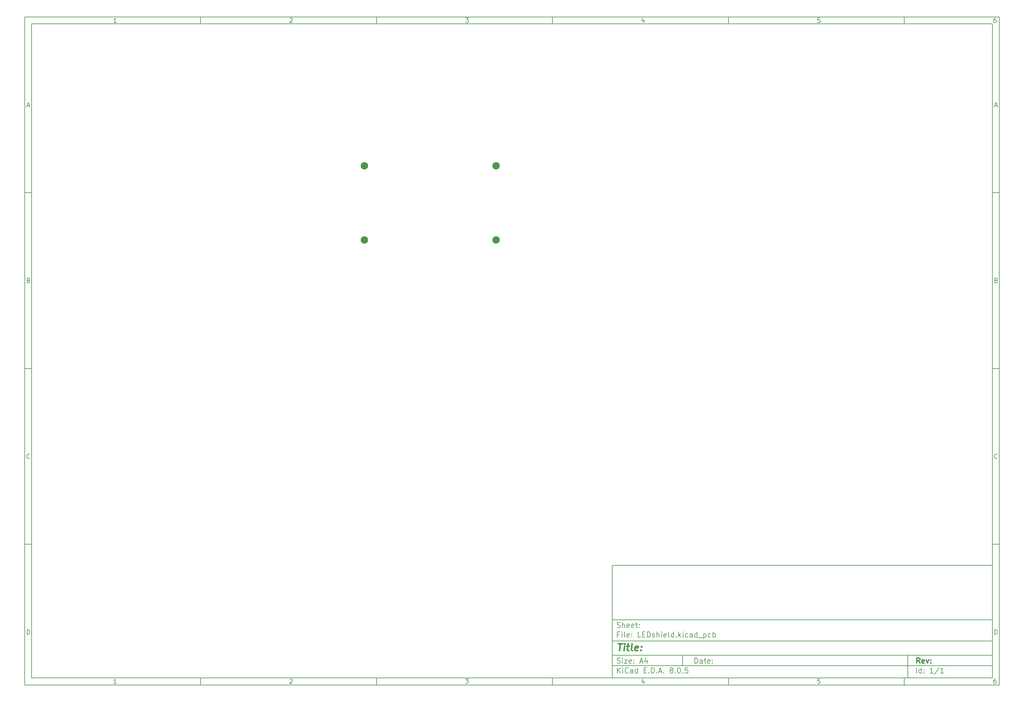
<source format=gbr>
%TF.GenerationSoftware,KiCad,Pcbnew,8.0.5*%
%TF.CreationDate,2024-11-03T22:21:08+08:00*%
%TF.ProjectId,LEDshield,4c454473-6869-4656-9c64-2e6b69636164,rev?*%
%TF.SameCoordinates,Original*%
%TF.FileFunction,Soldermask,Bot*%
%TF.FilePolarity,Negative*%
%FSLAX46Y46*%
G04 Gerber Fmt 4.6, Leading zero omitted, Abs format (unit mm)*
G04 Created by KiCad (PCBNEW 8.0.5) date 2024-11-03 22:21:08*
%MOMM*%
%LPD*%
G01*
G04 APERTURE LIST*
%ADD10C,0.100000*%
%ADD11C,0.150000*%
%ADD12C,0.300000*%
%ADD13C,0.400000*%
%ADD14C,2.100000*%
G04 APERTURE END LIST*
D10*
D11*
X177002200Y-166007200D02*
X285002200Y-166007200D01*
X285002200Y-198007200D01*
X177002200Y-198007200D01*
X177002200Y-166007200D01*
D10*
D11*
X10000000Y-10000000D02*
X287002200Y-10000000D01*
X287002200Y-200007200D01*
X10000000Y-200007200D01*
X10000000Y-10000000D01*
D10*
D11*
X12000000Y-12000000D02*
X285002200Y-12000000D01*
X285002200Y-198007200D01*
X12000000Y-198007200D01*
X12000000Y-12000000D01*
D10*
D11*
X60000000Y-12000000D02*
X60000000Y-10000000D01*
D10*
D11*
X110000000Y-12000000D02*
X110000000Y-10000000D01*
D10*
D11*
X160000000Y-12000000D02*
X160000000Y-10000000D01*
D10*
D11*
X210000000Y-12000000D02*
X210000000Y-10000000D01*
D10*
D11*
X260000000Y-12000000D02*
X260000000Y-10000000D01*
D10*
D11*
X36089160Y-11593604D02*
X35346303Y-11593604D01*
X35717731Y-11593604D02*
X35717731Y-10293604D01*
X35717731Y-10293604D02*
X35593922Y-10479319D01*
X35593922Y-10479319D02*
X35470112Y-10603128D01*
X35470112Y-10603128D02*
X35346303Y-10665033D01*
D10*
D11*
X85346303Y-10417414D02*
X85408207Y-10355509D01*
X85408207Y-10355509D02*
X85532017Y-10293604D01*
X85532017Y-10293604D02*
X85841541Y-10293604D01*
X85841541Y-10293604D02*
X85965350Y-10355509D01*
X85965350Y-10355509D02*
X86027255Y-10417414D01*
X86027255Y-10417414D02*
X86089160Y-10541223D01*
X86089160Y-10541223D02*
X86089160Y-10665033D01*
X86089160Y-10665033D02*
X86027255Y-10850747D01*
X86027255Y-10850747D02*
X85284398Y-11593604D01*
X85284398Y-11593604D02*
X86089160Y-11593604D01*
D10*
D11*
X135284398Y-10293604D02*
X136089160Y-10293604D01*
X136089160Y-10293604D02*
X135655826Y-10788842D01*
X135655826Y-10788842D02*
X135841541Y-10788842D01*
X135841541Y-10788842D02*
X135965350Y-10850747D01*
X135965350Y-10850747D02*
X136027255Y-10912652D01*
X136027255Y-10912652D02*
X136089160Y-11036461D01*
X136089160Y-11036461D02*
X136089160Y-11345985D01*
X136089160Y-11345985D02*
X136027255Y-11469795D01*
X136027255Y-11469795D02*
X135965350Y-11531700D01*
X135965350Y-11531700D02*
X135841541Y-11593604D01*
X135841541Y-11593604D02*
X135470112Y-11593604D01*
X135470112Y-11593604D02*
X135346303Y-11531700D01*
X135346303Y-11531700D02*
X135284398Y-11469795D01*
D10*
D11*
X185965350Y-10726938D02*
X185965350Y-11593604D01*
X185655826Y-10231700D02*
X185346303Y-11160271D01*
X185346303Y-11160271D02*
X186151064Y-11160271D01*
D10*
D11*
X236027255Y-10293604D02*
X235408207Y-10293604D01*
X235408207Y-10293604D02*
X235346303Y-10912652D01*
X235346303Y-10912652D02*
X235408207Y-10850747D01*
X235408207Y-10850747D02*
X235532017Y-10788842D01*
X235532017Y-10788842D02*
X235841541Y-10788842D01*
X235841541Y-10788842D02*
X235965350Y-10850747D01*
X235965350Y-10850747D02*
X236027255Y-10912652D01*
X236027255Y-10912652D02*
X236089160Y-11036461D01*
X236089160Y-11036461D02*
X236089160Y-11345985D01*
X236089160Y-11345985D02*
X236027255Y-11469795D01*
X236027255Y-11469795D02*
X235965350Y-11531700D01*
X235965350Y-11531700D02*
X235841541Y-11593604D01*
X235841541Y-11593604D02*
X235532017Y-11593604D01*
X235532017Y-11593604D02*
X235408207Y-11531700D01*
X235408207Y-11531700D02*
X235346303Y-11469795D01*
D10*
D11*
X285965350Y-10293604D02*
X285717731Y-10293604D01*
X285717731Y-10293604D02*
X285593922Y-10355509D01*
X285593922Y-10355509D02*
X285532017Y-10417414D01*
X285532017Y-10417414D02*
X285408207Y-10603128D01*
X285408207Y-10603128D02*
X285346303Y-10850747D01*
X285346303Y-10850747D02*
X285346303Y-11345985D01*
X285346303Y-11345985D02*
X285408207Y-11469795D01*
X285408207Y-11469795D02*
X285470112Y-11531700D01*
X285470112Y-11531700D02*
X285593922Y-11593604D01*
X285593922Y-11593604D02*
X285841541Y-11593604D01*
X285841541Y-11593604D02*
X285965350Y-11531700D01*
X285965350Y-11531700D02*
X286027255Y-11469795D01*
X286027255Y-11469795D02*
X286089160Y-11345985D01*
X286089160Y-11345985D02*
X286089160Y-11036461D01*
X286089160Y-11036461D02*
X286027255Y-10912652D01*
X286027255Y-10912652D02*
X285965350Y-10850747D01*
X285965350Y-10850747D02*
X285841541Y-10788842D01*
X285841541Y-10788842D02*
X285593922Y-10788842D01*
X285593922Y-10788842D02*
X285470112Y-10850747D01*
X285470112Y-10850747D02*
X285408207Y-10912652D01*
X285408207Y-10912652D02*
X285346303Y-11036461D01*
D10*
D11*
X60000000Y-198007200D02*
X60000000Y-200007200D01*
D10*
D11*
X110000000Y-198007200D02*
X110000000Y-200007200D01*
D10*
D11*
X160000000Y-198007200D02*
X160000000Y-200007200D01*
D10*
D11*
X210000000Y-198007200D02*
X210000000Y-200007200D01*
D10*
D11*
X260000000Y-198007200D02*
X260000000Y-200007200D01*
D10*
D11*
X36089160Y-199600804D02*
X35346303Y-199600804D01*
X35717731Y-199600804D02*
X35717731Y-198300804D01*
X35717731Y-198300804D02*
X35593922Y-198486519D01*
X35593922Y-198486519D02*
X35470112Y-198610328D01*
X35470112Y-198610328D02*
X35346303Y-198672233D01*
D10*
D11*
X85346303Y-198424614D02*
X85408207Y-198362709D01*
X85408207Y-198362709D02*
X85532017Y-198300804D01*
X85532017Y-198300804D02*
X85841541Y-198300804D01*
X85841541Y-198300804D02*
X85965350Y-198362709D01*
X85965350Y-198362709D02*
X86027255Y-198424614D01*
X86027255Y-198424614D02*
X86089160Y-198548423D01*
X86089160Y-198548423D02*
X86089160Y-198672233D01*
X86089160Y-198672233D02*
X86027255Y-198857947D01*
X86027255Y-198857947D02*
X85284398Y-199600804D01*
X85284398Y-199600804D02*
X86089160Y-199600804D01*
D10*
D11*
X135284398Y-198300804D02*
X136089160Y-198300804D01*
X136089160Y-198300804D02*
X135655826Y-198796042D01*
X135655826Y-198796042D02*
X135841541Y-198796042D01*
X135841541Y-198796042D02*
X135965350Y-198857947D01*
X135965350Y-198857947D02*
X136027255Y-198919852D01*
X136027255Y-198919852D02*
X136089160Y-199043661D01*
X136089160Y-199043661D02*
X136089160Y-199353185D01*
X136089160Y-199353185D02*
X136027255Y-199476995D01*
X136027255Y-199476995D02*
X135965350Y-199538900D01*
X135965350Y-199538900D02*
X135841541Y-199600804D01*
X135841541Y-199600804D02*
X135470112Y-199600804D01*
X135470112Y-199600804D02*
X135346303Y-199538900D01*
X135346303Y-199538900D02*
X135284398Y-199476995D01*
D10*
D11*
X185965350Y-198734138D02*
X185965350Y-199600804D01*
X185655826Y-198238900D02*
X185346303Y-199167471D01*
X185346303Y-199167471D02*
X186151064Y-199167471D01*
D10*
D11*
X236027255Y-198300804D02*
X235408207Y-198300804D01*
X235408207Y-198300804D02*
X235346303Y-198919852D01*
X235346303Y-198919852D02*
X235408207Y-198857947D01*
X235408207Y-198857947D02*
X235532017Y-198796042D01*
X235532017Y-198796042D02*
X235841541Y-198796042D01*
X235841541Y-198796042D02*
X235965350Y-198857947D01*
X235965350Y-198857947D02*
X236027255Y-198919852D01*
X236027255Y-198919852D02*
X236089160Y-199043661D01*
X236089160Y-199043661D02*
X236089160Y-199353185D01*
X236089160Y-199353185D02*
X236027255Y-199476995D01*
X236027255Y-199476995D02*
X235965350Y-199538900D01*
X235965350Y-199538900D02*
X235841541Y-199600804D01*
X235841541Y-199600804D02*
X235532017Y-199600804D01*
X235532017Y-199600804D02*
X235408207Y-199538900D01*
X235408207Y-199538900D02*
X235346303Y-199476995D01*
D10*
D11*
X285965350Y-198300804D02*
X285717731Y-198300804D01*
X285717731Y-198300804D02*
X285593922Y-198362709D01*
X285593922Y-198362709D02*
X285532017Y-198424614D01*
X285532017Y-198424614D02*
X285408207Y-198610328D01*
X285408207Y-198610328D02*
X285346303Y-198857947D01*
X285346303Y-198857947D02*
X285346303Y-199353185D01*
X285346303Y-199353185D02*
X285408207Y-199476995D01*
X285408207Y-199476995D02*
X285470112Y-199538900D01*
X285470112Y-199538900D02*
X285593922Y-199600804D01*
X285593922Y-199600804D02*
X285841541Y-199600804D01*
X285841541Y-199600804D02*
X285965350Y-199538900D01*
X285965350Y-199538900D02*
X286027255Y-199476995D01*
X286027255Y-199476995D02*
X286089160Y-199353185D01*
X286089160Y-199353185D02*
X286089160Y-199043661D01*
X286089160Y-199043661D02*
X286027255Y-198919852D01*
X286027255Y-198919852D02*
X285965350Y-198857947D01*
X285965350Y-198857947D02*
X285841541Y-198796042D01*
X285841541Y-198796042D02*
X285593922Y-198796042D01*
X285593922Y-198796042D02*
X285470112Y-198857947D01*
X285470112Y-198857947D02*
X285408207Y-198919852D01*
X285408207Y-198919852D02*
X285346303Y-199043661D01*
D10*
D11*
X10000000Y-60000000D02*
X12000000Y-60000000D01*
D10*
D11*
X10000000Y-110000000D02*
X12000000Y-110000000D01*
D10*
D11*
X10000000Y-160000000D02*
X12000000Y-160000000D01*
D10*
D11*
X10690476Y-35222176D02*
X11309523Y-35222176D01*
X10566666Y-35593604D02*
X10999999Y-34293604D01*
X10999999Y-34293604D02*
X11433333Y-35593604D01*
D10*
D11*
X11092857Y-84912652D02*
X11278571Y-84974557D01*
X11278571Y-84974557D02*
X11340476Y-85036461D01*
X11340476Y-85036461D02*
X11402380Y-85160271D01*
X11402380Y-85160271D02*
X11402380Y-85345985D01*
X11402380Y-85345985D02*
X11340476Y-85469795D01*
X11340476Y-85469795D02*
X11278571Y-85531700D01*
X11278571Y-85531700D02*
X11154761Y-85593604D01*
X11154761Y-85593604D02*
X10659523Y-85593604D01*
X10659523Y-85593604D02*
X10659523Y-84293604D01*
X10659523Y-84293604D02*
X11092857Y-84293604D01*
X11092857Y-84293604D02*
X11216666Y-84355509D01*
X11216666Y-84355509D02*
X11278571Y-84417414D01*
X11278571Y-84417414D02*
X11340476Y-84541223D01*
X11340476Y-84541223D02*
X11340476Y-84665033D01*
X11340476Y-84665033D02*
X11278571Y-84788842D01*
X11278571Y-84788842D02*
X11216666Y-84850747D01*
X11216666Y-84850747D02*
X11092857Y-84912652D01*
X11092857Y-84912652D02*
X10659523Y-84912652D01*
D10*
D11*
X11402380Y-135469795D02*
X11340476Y-135531700D01*
X11340476Y-135531700D02*
X11154761Y-135593604D01*
X11154761Y-135593604D02*
X11030952Y-135593604D01*
X11030952Y-135593604D02*
X10845238Y-135531700D01*
X10845238Y-135531700D02*
X10721428Y-135407890D01*
X10721428Y-135407890D02*
X10659523Y-135284080D01*
X10659523Y-135284080D02*
X10597619Y-135036461D01*
X10597619Y-135036461D02*
X10597619Y-134850747D01*
X10597619Y-134850747D02*
X10659523Y-134603128D01*
X10659523Y-134603128D02*
X10721428Y-134479319D01*
X10721428Y-134479319D02*
X10845238Y-134355509D01*
X10845238Y-134355509D02*
X11030952Y-134293604D01*
X11030952Y-134293604D02*
X11154761Y-134293604D01*
X11154761Y-134293604D02*
X11340476Y-134355509D01*
X11340476Y-134355509D02*
X11402380Y-134417414D01*
D10*
D11*
X10659523Y-185593604D02*
X10659523Y-184293604D01*
X10659523Y-184293604D02*
X10969047Y-184293604D01*
X10969047Y-184293604D02*
X11154761Y-184355509D01*
X11154761Y-184355509D02*
X11278571Y-184479319D01*
X11278571Y-184479319D02*
X11340476Y-184603128D01*
X11340476Y-184603128D02*
X11402380Y-184850747D01*
X11402380Y-184850747D02*
X11402380Y-185036461D01*
X11402380Y-185036461D02*
X11340476Y-185284080D01*
X11340476Y-185284080D02*
X11278571Y-185407890D01*
X11278571Y-185407890D02*
X11154761Y-185531700D01*
X11154761Y-185531700D02*
X10969047Y-185593604D01*
X10969047Y-185593604D02*
X10659523Y-185593604D01*
D10*
D11*
X287002200Y-60000000D02*
X285002200Y-60000000D01*
D10*
D11*
X287002200Y-110000000D02*
X285002200Y-110000000D01*
D10*
D11*
X287002200Y-160000000D02*
X285002200Y-160000000D01*
D10*
D11*
X285692676Y-35222176D02*
X286311723Y-35222176D01*
X285568866Y-35593604D02*
X286002199Y-34293604D01*
X286002199Y-34293604D02*
X286435533Y-35593604D01*
D10*
D11*
X286095057Y-84912652D02*
X286280771Y-84974557D01*
X286280771Y-84974557D02*
X286342676Y-85036461D01*
X286342676Y-85036461D02*
X286404580Y-85160271D01*
X286404580Y-85160271D02*
X286404580Y-85345985D01*
X286404580Y-85345985D02*
X286342676Y-85469795D01*
X286342676Y-85469795D02*
X286280771Y-85531700D01*
X286280771Y-85531700D02*
X286156961Y-85593604D01*
X286156961Y-85593604D02*
X285661723Y-85593604D01*
X285661723Y-85593604D02*
X285661723Y-84293604D01*
X285661723Y-84293604D02*
X286095057Y-84293604D01*
X286095057Y-84293604D02*
X286218866Y-84355509D01*
X286218866Y-84355509D02*
X286280771Y-84417414D01*
X286280771Y-84417414D02*
X286342676Y-84541223D01*
X286342676Y-84541223D02*
X286342676Y-84665033D01*
X286342676Y-84665033D02*
X286280771Y-84788842D01*
X286280771Y-84788842D02*
X286218866Y-84850747D01*
X286218866Y-84850747D02*
X286095057Y-84912652D01*
X286095057Y-84912652D02*
X285661723Y-84912652D01*
D10*
D11*
X286404580Y-135469795D02*
X286342676Y-135531700D01*
X286342676Y-135531700D02*
X286156961Y-135593604D01*
X286156961Y-135593604D02*
X286033152Y-135593604D01*
X286033152Y-135593604D02*
X285847438Y-135531700D01*
X285847438Y-135531700D02*
X285723628Y-135407890D01*
X285723628Y-135407890D02*
X285661723Y-135284080D01*
X285661723Y-135284080D02*
X285599819Y-135036461D01*
X285599819Y-135036461D02*
X285599819Y-134850747D01*
X285599819Y-134850747D02*
X285661723Y-134603128D01*
X285661723Y-134603128D02*
X285723628Y-134479319D01*
X285723628Y-134479319D02*
X285847438Y-134355509D01*
X285847438Y-134355509D02*
X286033152Y-134293604D01*
X286033152Y-134293604D02*
X286156961Y-134293604D01*
X286156961Y-134293604D02*
X286342676Y-134355509D01*
X286342676Y-134355509D02*
X286404580Y-134417414D01*
D10*
D11*
X285661723Y-185593604D02*
X285661723Y-184293604D01*
X285661723Y-184293604D02*
X285971247Y-184293604D01*
X285971247Y-184293604D02*
X286156961Y-184355509D01*
X286156961Y-184355509D02*
X286280771Y-184479319D01*
X286280771Y-184479319D02*
X286342676Y-184603128D01*
X286342676Y-184603128D02*
X286404580Y-184850747D01*
X286404580Y-184850747D02*
X286404580Y-185036461D01*
X286404580Y-185036461D02*
X286342676Y-185284080D01*
X286342676Y-185284080D02*
X286280771Y-185407890D01*
X286280771Y-185407890D02*
X286156961Y-185531700D01*
X286156961Y-185531700D02*
X285971247Y-185593604D01*
X285971247Y-185593604D02*
X285661723Y-185593604D01*
D10*
D11*
X200458026Y-193793328D02*
X200458026Y-192293328D01*
X200458026Y-192293328D02*
X200815169Y-192293328D01*
X200815169Y-192293328D02*
X201029455Y-192364757D01*
X201029455Y-192364757D02*
X201172312Y-192507614D01*
X201172312Y-192507614D02*
X201243741Y-192650471D01*
X201243741Y-192650471D02*
X201315169Y-192936185D01*
X201315169Y-192936185D02*
X201315169Y-193150471D01*
X201315169Y-193150471D02*
X201243741Y-193436185D01*
X201243741Y-193436185D02*
X201172312Y-193579042D01*
X201172312Y-193579042D02*
X201029455Y-193721900D01*
X201029455Y-193721900D02*
X200815169Y-193793328D01*
X200815169Y-193793328D02*
X200458026Y-193793328D01*
X202600884Y-193793328D02*
X202600884Y-193007614D01*
X202600884Y-193007614D02*
X202529455Y-192864757D01*
X202529455Y-192864757D02*
X202386598Y-192793328D01*
X202386598Y-192793328D02*
X202100884Y-192793328D01*
X202100884Y-192793328D02*
X201958026Y-192864757D01*
X202600884Y-193721900D02*
X202458026Y-193793328D01*
X202458026Y-193793328D02*
X202100884Y-193793328D01*
X202100884Y-193793328D02*
X201958026Y-193721900D01*
X201958026Y-193721900D02*
X201886598Y-193579042D01*
X201886598Y-193579042D02*
X201886598Y-193436185D01*
X201886598Y-193436185D02*
X201958026Y-193293328D01*
X201958026Y-193293328D02*
X202100884Y-193221900D01*
X202100884Y-193221900D02*
X202458026Y-193221900D01*
X202458026Y-193221900D02*
X202600884Y-193150471D01*
X203100884Y-192793328D02*
X203672312Y-192793328D01*
X203315169Y-192293328D02*
X203315169Y-193579042D01*
X203315169Y-193579042D02*
X203386598Y-193721900D01*
X203386598Y-193721900D02*
X203529455Y-193793328D01*
X203529455Y-193793328D02*
X203672312Y-193793328D01*
X204743741Y-193721900D02*
X204600884Y-193793328D01*
X204600884Y-193793328D02*
X204315170Y-193793328D01*
X204315170Y-193793328D02*
X204172312Y-193721900D01*
X204172312Y-193721900D02*
X204100884Y-193579042D01*
X204100884Y-193579042D02*
X204100884Y-193007614D01*
X204100884Y-193007614D02*
X204172312Y-192864757D01*
X204172312Y-192864757D02*
X204315170Y-192793328D01*
X204315170Y-192793328D02*
X204600884Y-192793328D01*
X204600884Y-192793328D02*
X204743741Y-192864757D01*
X204743741Y-192864757D02*
X204815170Y-193007614D01*
X204815170Y-193007614D02*
X204815170Y-193150471D01*
X204815170Y-193150471D02*
X204100884Y-193293328D01*
X205458026Y-193650471D02*
X205529455Y-193721900D01*
X205529455Y-193721900D02*
X205458026Y-193793328D01*
X205458026Y-193793328D02*
X205386598Y-193721900D01*
X205386598Y-193721900D02*
X205458026Y-193650471D01*
X205458026Y-193650471D02*
X205458026Y-193793328D01*
X205458026Y-192864757D02*
X205529455Y-192936185D01*
X205529455Y-192936185D02*
X205458026Y-193007614D01*
X205458026Y-193007614D02*
X205386598Y-192936185D01*
X205386598Y-192936185D02*
X205458026Y-192864757D01*
X205458026Y-192864757D02*
X205458026Y-193007614D01*
D10*
D11*
X177002200Y-194507200D02*
X285002200Y-194507200D01*
D10*
D11*
X178458026Y-196593328D02*
X178458026Y-195093328D01*
X179315169Y-196593328D02*
X178672312Y-195736185D01*
X179315169Y-195093328D02*
X178458026Y-195950471D01*
X179958026Y-196593328D02*
X179958026Y-195593328D01*
X179958026Y-195093328D02*
X179886598Y-195164757D01*
X179886598Y-195164757D02*
X179958026Y-195236185D01*
X179958026Y-195236185D02*
X180029455Y-195164757D01*
X180029455Y-195164757D02*
X179958026Y-195093328D01*
X179958026Y-195093328D02*
X179958026Y-195236185D01*
X181529455Y-196450471D02*
X181458027Y-196521900D01*
X181458027Y-196521900D02*
X181243741Y-196593328D01*
X181243741Y-196593328D02*
X181100884Y-196593328D01*
X181100884Y-196593328D02*
X180886598Y-196521900D01*
X180886598Y-196521900D02*
X180743741Y-196379042D01*
X180743741Y-196379042D02*
X180672312Y-196236185D01*
X180672312Y-196236185D02*
X180600884Y-195950471D01*
X180600884Y-195950471D02*
X180600884Y-195736185D01*
X180600884Y-195736185D02*
X180672312Y-195450471D01*
X180672312Y-195450471D02*
X180743741Y-195307614D01*
X180743741Y-195307614D02*
X180886598Y-195164757D01*
X180886598Y-195164757D02*
X181100884Y-195093328D01*
X181100884Y-195093328D02*
X181243741Y-195093328D01*
X181243741Y-195093328D02*
X181458027Y-195164757D01*
X181458027Y-195164757D02*
X181529455Y-195236185D01*
X182815170Y-196593328D02*
X182815170Y-195807614D01*
X182815170Y-195807614D02*
X182743741Y-195664757D01*
X182743741Y-195664757D02*
X182600884Y-195593328D01*
X182600884Y-195593328D02*
X182315170Y-195593328D01*
X182315170Y-195593328D02*
X182172312Y-195664757D01*
X182815170Y-196521900D02*
X182672312Y-196593328D01*
X182672312Y-196593328D02*
X182315170Y-196593328D01*
X182315170Y-196593328D02*
X182172312Y-196521900D01*
X182172312Y-196521900D02*
X182100884Y-196379042D01*
X182100884Y-196379042D02*
X182100884Y-196236185D01*
X182100884Y-196236185D02*
X182172312Y-196093328D01*
X182172312Y-196093328D02*
X182315170Y-196021900D01*
X182315170Y-196021900D02*
X182672312Y-196021900D01*
X182672312Y-196021900D02*
X182815170Y-195950471D01*
X184172313Y-196593328D02*
X184172313Y-195093328D01*
X184172313Y-196521900D02*
X184029455Y-196593328D01*
X184029455Y-196593328D02*
X183743741Y-196593328D01*
X183743741Y-196593328D02*
X183600884Y-196521900D01*
X183600884Y-196521900D02*
X183529455Y-196450471D01*
X183529455Y-196450471D02*
X183458027Y-196307614D01*
X183458027Y-196307614D02*
X183458027Y-195879042D01*
X183458027Y-195879042D02*
X183529455Y-195736185D01*
X183529455Y-195736185D02*
X183600884Y-195664757D01*
X183600884Y-195664757D02*
X183743741Y-195593328D01*
X183743741Y-195593328D02*
X184029455Y-195593328D01*
X184029455Y-195593328D02*
X184172313Y-195664757D01*
X186029455Y-195807614D02*
X186529455Y-195807614D01*
X186743741Y-196593328D02*
X186029455Y-196593328D01*
X186029455Y-196593328D02*
X186029455Y-195093328D01*
X186029455Y-195093328D02*
X186743741Y-195093328D01*
X187386598Y-196450471D02*
X187458027Y-196521900D01*
X187458027Y-196521900D02*
X187386598Y-196593328D01*
X187386598Y-196593328D02*
X187315170Y-196521900D01*
X187315170Y-196521900D02*
X187386598Y-196450471D01*
X187386598Y-196450471D02*
X187386598Y-196593328D01*
X188100884Y-196593328D02*
X188100884Y-195093328D01*
X188100884Y-195093328D02*
X188458027Y-195093328D01*
X188458027Y-195093328D02*
X188672313Y-195164757D01*
X188672313Y-195164757D02*
X188815170Y-195307614D01*
X188815170Y-195307614D02*
X188886599Y-195450471D01*
X188886599Y-195450471D02*
X188958027Y-195736185D01*
X188958027Y-195736185D02*
X188958027Y-195950471D01*
X188958027Y-195950471D02*
X188886599Y-196236185D01*
X188886599Y-196236185D02*
X188815170Y-196379042D01*
X188815170Y-196379042D02*
X188672313Y-196521900D01*
X188672313Y-196521900D02*
X188458027Y-196593328D01*
X188458027Y-196593328D02*
X188100884Y-196593328D01*
X189600884Y-196450471D02*
X189672313Y-196521900D01*
X189672313Y-196521900D02*
X189600884Y-196593328D01*
X189600884Y-196593328D02*
X189529456Y-196521900D01*
X189529456Y-196521900D02*
X189600884Y-196450471D01*
X189600884Y-196450471D02*
X189600884Y-196593328D01*
X190243742Y-196164757D02*
X190958028Y-196164757D01*
X190100885Y-196593328D02*
X190600885Y-195093328D01*
X190600885Y-195093328D02*
X191100885Y-196593328D01*
X191600884Y-196450471D02*
X191672313Y-196521900D01*
X191672313Y-196521900D02*
X191600884Y-196593328D01*
X191600884Y-196593328D02*
X191529456Y-196521900D01*
X191529456Y-196521900D02*
X191600884Y-196450471D01*
X191600884Y-196450471D02*
X191600884Y-196593328D01*
X193672313Y-195736185D02*
X193529456Y-195664757D01*
X193529456Y-195664757D02*
X193458027Y-195593328D01*
X193458027Y-195593328D02*
X193386599Y-195450471D01*
X193386599Y-195450471D02*
X193386599Y-195379042D01*
X193386599Y-195379042D02*
X193458027Y-195236185D01*
X193458027Y-195236185D02*
X193529456Y-195164757D01*
X193529456Y-195164757D02*
X193672313Y-195093328D01*
X193672313Y-195093328D02*
X193958027Y-195093328D01*
X193958027Y-195093328D02*
X194100885Y-195164757D01*
X194100885Y-195164757D02*
X194172313Y-195236185D01*
X194172313Y-195236185D02*
X194243742Y-195379042D01*
X194243742Y-195379042D02*
X194243742Y-195450471D01*
X194243742Y-195450471D02*
X194172313Y-195593328D01*
X194172313Y-195593328D02*
X194100885Y-195664757D01*
X194100885Y-195664757D02*
X193958027Y-195736185D01*
X193958027Y-195736185D02*
X193672313Y-195736185D01*
X193672313Y-195736185D02*
X193529456Y-195807614D01*
X193529456Y-195807614D02*
X193458027Y-195879042D01*
X193458027Y-195879042D02*
X193386599Y-196021900D01*
X193386599Y-196021900D02*
X193386599Y-196307614D01*
X193386599Y-196307614D02*
X193458027Y-196450471D01*
X193458027Y-196450471D02*
X193529456Y-196521900D01*
X193529456Y-196521900D02*
X193672313Y-196593328D01*
X193672313Y-196593328D02*
X193958027Y-196593328D01*
X193958027Y-196593328D02*
X194100885Y-196521900D01*
X194100885Y-196521900D02*
X194172313Y-196450471D01*
X194172313Y-196450471D02*
X194243742Y-196307614D01*
X194243742Y-196307614D02*
X194243742Y-196021900D01*
X194243742Y-196021900D02*
X194172313Y-195879042D01*
X194172313Y-195879042D02*
X194100885Y-195807614D01*
X194100885Y-195807614D02*
X193958027Y-195736185D01*
X194886598Y-196450471D02*
X194958027Y-196521900D01*
X194958027Y-196521900D02*
X194886598Y-196593328D01*
X194886598Y-196593328D02*
X194815170Y-196521900D01*
X194815170Y-196521900D02*
X194886598Y-196450471D01*
X194886598Y-196450471D02*
X194886598Y-196593328D01*
X195886599Y-195093328D02*
X196029456Y-195093328D01*
X196029456Y-195093328D02*
X196172313Y-195164757D01*
X196172313Y-195164757D02*
X196243742Y-195236185D01*
X196243742Y-195236185D02*
X196315170Y-195379042D01*
X196315170Y-195379042D02*
X196386599Y-195664757D01*
X196386599Y-195664757D02*
X196386599Y-196021900D01*
X196386599Y-196021900D02*
X196315170Y-196307614D01*
X196315170Y-196307614D02*
X196243742Y-196450471D01*
X196243742Y-196450471D02*
X196172313Y-196521900D01*
X196172313Y-196521900D02*
X196029456Y-196593328D01*
X196029456Y-196593328D02*
X195886599Y-196593328D01*
X195886599Y-196593328D02*
X195743742Y-196521900D01*
X195743742Y-196521900D02*
X195672313Y-196450471D01*
X195672313Y-196450471D02*
X195600884Y-196307614D01*
X195600884Y-196307614D02*
X195529456Y-196021900D01*
X195529456Y-196021900D02*
X195529456Y-195664757D01*
X195529456Y-195664757D02*
X195600884Y-195379042D01*
X195600884Y-195379042D02*
X195672313Y-195236185D01*
X195672313Y-195236185D02*
X195743742Y-195164757D01*
X195743742Y-195164757D02*
X195886599Y-195093328D01*
X197029455Y-196450471D02*
X197100884Y-196521900D01*
X197100884Y-196521900D02*
X197029455Y-196593328D01*
X197029455Y-196593328D02*
X196958027Y-196521900D01*
X196958027Y-196521900D02*
X197029455Y-196450471D01*
X197029455Y-196450471D02*
X197029455Y-196593328D01*
X198458027Y-195093328D02*
X197743741Y-195093328D01*
X197743741Y-195093328D02*
X197672313Y-195807614D01*
X197672313Y-195807614D02*
X197743741Y-195736185D01*
X197743741Y-195736185D02*
X197886599Y-195664757D01*
X197886599Y-195664757D02*
X198243741Y-195664757D01*
X198243741Y-195664757D02*
X198386599Y-195736185D01*
X198386599Y-195736185D02*
X198458027Y-195807614D01*
X198458027Y-195807614D02*
X198529456Y-195950471D01*
X198529456Y-195950471D02*
X198529456Y-196307614D01*
X198529456Y-196307614D02*
X198458027Y-196450471D01*
X198458027Y-196450471D02*
X198386599Y-196521900D01*
X198386599Y-196521900D02*
X198243741Y-196593328D01*
X198243741Y-196593328D02*
X197886599Y-196593328D01*
X197886599Y-196593328D02*
X197743741Y-196521900D01*
X197743741Y-196521900D02*
X197672313Y-196450471D01*
D10*
D11*
X177002200Y-191507200D02*
X285002200Y-191507200D01*
D10*
D12*
X264413853Y-193785528D02*
X263913853Y-193071242D01*
X263556710Y-193785528D02*
X263556710Y-192285528D01*
X263556710Y-192285528D02*
X264128139Y-192285528D01*
X264128139Y-192285528D02*
X264270996Y-192356957D01*
X264270996Y-192356957D02*
X264342425Y-192428385D01*
X264342425Y-192428385D02*
X264413853Y-192571242D01*
X264413853Y-192571242D02*
X264413853Y-192785528D01*
X264413853Y-192785528D02*
X264342425Y-192928385D01*
X264342425Y-192928385D02*
X264270996Y-192999814D01*
X264270996Y-192999814D02*
X264128139Y-193071242D01*
X264128139Y-193071242D02*
X263556710Y-193071242D01*
X265628139Y-193714100D02*
X265485282Y-193785528D01*
X265485282Y-193785528D02*
X265199568Y-193785528D01*
X265199568Y-193785528D02*
X265056710Y-193714100D01*
X265056710Y-193714100D02*
X264985282Y-193571242D01*
X264985282Y-193571242D02*
X264985282Y-192999814D01*
X264985282Y-192999814D02*
X265056710Y-192856957D01*
X265056710Y-192856957D02*
X265199568Y-192785528D01*
X265199568Y-192785528D02*
X265485282Y-192785528D01*
X265485282Y-192785528D02*
X265628139Y-192856957D01*
X265628139Y-192856957D02*
X265699568Y-192999814D01*
X265699568Y-192999814D02*
X265699568Y-193142671D01*
X265699568Y-193142671D02*
X264985282Y-193285528D01*
X266199567Y-192785528D02*
X266556710Y-193785528D01*
X266556710Y-193785528D02*
X266913853Y-192785528D01*
X267485281Y-193642671D02*
X267556710Y-193714100D01*
X267556710Y-193714100D02*
X267485281Y-193785528D01*
X267485281Y-193785528D02*
X267413853Y-193714100D01*
X267413853Y-193714100D02*
X267485281Y-193642671D01*
X267485281Y-193642671D02*
X267485281Y-193785528D01*
X267485281Y-192856957D02*
X267556710Y-192928385D01*
X267556710Y-192928385D02*
X267485281Y-192999814D01*
X267485281Y-192999814D02*
X267413853Y-192928385D01*
X267413853Y-192928385D02*
X267485281Y-192856957D01*
X267485281Y-192856957D02*
X267485281Y-192999814D01*
D10*
D11*
X178386598Y-193721900D02*
X178600884Y-193793328D01*
X178600884Y-193793328D02*
X178958026Y-193793328D01*
X178958026Y-193793328D02*
X179100884Y-193721900D01*
X179100884Y-193721900D02*
X179172312Y-193650471D01*
X179172312Y-193650471D02*
X179243741Y-193507614D01*
X179243741Y-193507614D02*
X179243741Y-193364757D01*
X179243741Y-193364757D02*
X179172312Y-193221900D01*
X179172312Y-193221900D02*
X179100884Y-193150471D01*
X179100884Y-193150471D02*
X178958026Y-193079042D01*
X178958026Y-193079042D02*
X178672312Y-193007614D01*
X178672312Y-193007614D02*
X178529455Y-192936185D01*
X178529455Y-192936185D02*
X178458026Y-192864757D01*
X178458026Y-192864757D02*
X178386598Y-192721900D01*
X178386598Y-192721900D02*
X178386598Y-192579042D01*
X178386598Y-192579042D02*
X178458026Y-192436185D01*
X178458026Y-192436185D02*
X178529455Y-192364757D01*
X178529455Y-192364757D02*
X178672312Y-192293328D01*
X178672312Y-192293328D02*
X179029455Y-192293328D01*
X179029455Y-192293328D02*
X179243741Y-192364757D01*
X179886597Y-193793328D02*
X179886597Y-192793328D01*
X179886597Y-192293328D02*
X179815169Y-192364757D01*
X179815169Y-192364757D02*
X179886597Y-192436185D01*
X179886597Y-192436185D02*
X179958026Y-192364757D01*
X179958026Y-192364757D02*
X179886597Y-192293328D01*
X179886597Y-192293328D02*
X179886597Y-192436185D01*
X180458026Y-192793328D02*
X181243741Y-192793328D01*
X181243741Y-192793328D02*
X180458026Y-193793328D01*
X180458026Y-193793328D02*
X181243741Y-193793328D01*
X182386598Y-193721900D02*
X182243741Y-193793328D01*
X182243741Y-193793328D02*
X181958027Y-193793328D01*
X181958027Y-193793328D02*
X181815169Y-193721900D01*
X181815169Y-193721900D02*
X181743741Y-193579042D01*
X181743741Y-193579042D02*
X181743741Y-193007614D01*
X181743741Y-193007614D02*
X181815169Y-192864757D01*
X181815169Y-192864757D02*
X181958027Y-192793328D01*
X181958027Y-192793328D02*
X182243741Y-192793328D01*
X182243741Y-192793328D02*
X182386598Y-192864757D01*
X182386598Y-192864757D02*
X182458027Y-193007614D01*
X182458027Y-193007614D02*
X182458027Y-193150471D01*
X182458027Y-193150471D02*
X181743741Y-193293328D01*
X183100883Y-193650471D02*
X183172312Y-193721900D01*
X183172312Y-193721900D02*
X183100883Y-193793328D01*
X183100883Y-193793328D02*
X183029455Y-193721900D01*
X183029455Y-193721900D02*
X183100883Y-193650471D01*
X183100883Y-193650471D02*
X183100883Y-193793328D01*
X183100883Y-192864757D02*
X183172312Y-192936185D01*
X183172312Y-192936185D02*
X183100883Y-193007614D01*
X183100883Y-193007614D02*
X183029455Y-192936185D01*
X183029455Y-192936185D02*
X183100883Y-192864757D01*
X183100883Y-192864757D02*
X183100883Y-193007614D01*
X184886598Y-193364757D02*
X185600884Y-193364757D01*
X184743741Y-193793328D02*
X185243741Y-192293328D01*
X185243741Y-192293328D02*
X185743741Y-193793328D01*
X186886598Y-192793328D02*
X186886598Y-193793328D01*
X186529455Y-192221900D02*
X186172312Y-193293328D01*
X186172312Y-193293328D02*
X187100883Y-193293328D01*
D10*
D11*
X263458026Y-196593328D02*
X263458026Y-195093328D01*
X264815170Y-196593328D02*
X264815170Y-195093328D01*
X264815170Y-196521900D02*
X264672312Y-196593328D01*
X264672312Y-196593328D02*
X264386598Y-196593328D01*
X264386598Y-196593328D02*
X264243741Y-196521900D01*
X264243741Y-196521900D02*
X264172312Y-196450471D01*
X264172312Y-196450471D02*
X264100884Y-196307614D01*
X264100884Y-196307614D02*
X264100884Y-195879042D01*
X264100884Y-195879042D02*
X264172312Y-195736185D01*
X264172312Y-195736185D02*
X264243741Y-195664757D01*
X264243741Y-195664757D02*
X264386598Y-195593328D01*
X264386598Y-195593328D02*
X264672312Y-195593328D01*
X264672312Y-195593328D02*
X264815170Y-195664757D01*
X265529455Y-196450471D02*
X265600884Y-196521900D01*
X265600884Y-196521900D02*
X265529455Y-196593328D01*
X265529455Y-196593328D02*
X265458027Y-196521900D01*
X265458027Y-196521900D02*
X265529455Y-196450471D01*
X265529455Y-196450471D02*
X265529455Y-196593328D01*
X265529455Y-195664757D02*
X265600884Y-195736185D01*
X265600884Y-195736185D02*
X265529455Y-195807614D01*
X265529455Y-195807614D02*
X265458027Y-195736185D01*
X265458027Y-195736185D02*
X265529455Y-195664757D01*
X265529455Y-195664757D02*
X265529455Y-195807614D01*
X268172313Y-196593328D02*
X267315170Y-196593328D01*
X267743741Y-196593328D02*
X267743741Y-195093328D01*
X267743741Y-195093328D02*
X267600884Y-195307614D01*
X267600884Y-195307614D02*
X267458027Y-195450471D01*
X267458027Y-195450471D02*
X267315170Y-195521900D01*
X269886598Y-195021900D02*
X268600884Y-196950471D01*
X271172313Y-196593328D02*
X270315170Y-196593328D01*
X270743741Y-196593328D02*
X270743741Y-195093328D01*
X270743741Y-195093328D02*
X270600884Y-195307614D01*
X270600884Y-195307614D02*
X270458027Y-195450471D01*
X270458027Y-195450471D02*
X270315170Y-195521900D01*
D10*
D11*
X177002200Y-187507200D02*
X285002200Y-187507200D01*
D10*
D13*
X178693928Y-188211638D02*
X179836785Y-188211638D01*
X179015357Y-190211638D02*
X179265357Y-188211638D01*
X180253452Y-190211638D02*
X180420119Y-188878304D01*
X180503452Y-188211638D02*
X180396309Y-188306876D01*
X180396309Y-188306876D02*
X180479643Y-188402114D01*
X180479643Y-188402114D02*
X180586786Y-188306876D01*
X180586786Y-188306876D02*
X180503452Y-188211638D01*
X180503452Y-188211638D02*
X180479643Y-188402114D01*
X181086786Y-188878304D02*
X181848690Y-188878304D01*
X181455833Y-188211638D02*
X181241548Y-189925923D01*
X181241548Y-189925923D02*
X181312976Y-190116400D01*
X181312976Y-190116400D02*
X181491548Y-190211638D01*
X181491548Y-190211638D02*
X181682024Y-190211638D01*
X182634405Y-190211638D02*
X182455833Y-190116400D01*
X182455833Y-190116400D02*
X182384405Y-189925923D01*
X182384405Y-189925923D02*
X182598690Y-188211638D01*
X184170119Y-190116400D02*
X183967738Y-190211638D01*
X183967738Y-190211638D02*
X183586785Y-190211638D01*
X183586785Y-190211638D02*
X183408214Y-190116400D01*
X183408214Y-190116400D02*
X183336785Y-189925923D01*
X183336785Y-189925923D02*
X183432024Y-189164019D01*
X183432024Y-189164019D02*
X183551071Y-188973542D01*
X183551071Y-188973542D02*
X183753452Y-188878304D01*
X183753452Y-188878304D02*
X184134404Y-188878304D01*
X184134404Y-188878304D02*
X184312976Y-188973542D01*
X184312976Y-188973542D02*
X184384404Y-189164019D01*
X184384404Y-189164019D02*
X184360595Y-189354495D01*
X184360595Y-189354495D02*
X183384404Y-189544971D01*
X185134405Y-190021161D02*
X185217738Y-190116400D01*
X185217738Y-190116400D02*
X185110595Y-190211638D01*
X185110595Y-190211638D02*
X185027262Y-190116400D01*
X185027262Y-190116400D02*
X185134405Y-190021161D01*
X185134405Y-190021161D02*
X185110595Y-190211638D01*
X185265357Y-188973542D02*
X185348690Y-189068780D01*
X185348690Y-189068780D02*
X185241548Y-189164019D01*
X185241548Y-189164019D02*
X185158214Y-189068780D01*
X185158214Y-189068780D02*
X185265357Y-188973542D01*
X185265357Y-188973542D02*
X185241548Y-189164019D01*
D10*
D11*
X178958026Y-185607614D02*
X178458026Y-185607614D01*
X178458026Y-186393328D02*
X178458026Y-184893328D01*
X178458026Y-184893328D02*
X179172312Y-184893328D01*
X179743740Y-186393328D02*
X179743740Y-185393328D01*
X179743740Y-184893328D02*
X179672312Y-184964757D01*
X179672312Y-184964757D02*
X179743740Y-185036185D01*
X179743740Y-185036185D02*
X179815169Y-184964757D01*
X179815169Y-184964757D02*
X179743740Y-184893328D01*
X179743740Y-184893328D02*
X179743740Y-185036185D01*
X180672312Y-186393328D02*
X180529455Y-186321900D01*
X180529455Y-186321900D02*
X180458026Y-186179042D01*
X180458026Y-186179042D02*
X180458026Y-184893328D01*
X181815169Y-186321900D02*
X181672312Y-186393328D01*
X181672312Y-186393328D02*
X181386598Y-186393328D01*
X181386598Y-186393328D02*
X181243740Y-186321900D01*
X181243740Y-186321900D02*
X181172312Y-186179042D01*
X181172312Y-186179042D02*
X181172312Y-185607614D01*
X181172312Y-185607614D02*
X181243740Y-185464757D01*
X181243740Y-185464757D02*
X181386598Y-185393328D01*
X181386598Y-185393328D02*
X181672312Y-185393328D01*
X181672312Y-185393328D02*
X181815169Y-185464757D01*
X181815169Y-185464757D02*
X181886598Y-185607614D01*
X181886598Y-185607614D02*
X181886598Y-185750471D01*
X181886598Y-185750471D02*
X181172312Y-185893328D01*
X182529454Y-186250471D02*
X182600883Y-186321900D01*
X182600883Y-186321900D02*
X182529454Y-186393328D01*
X182529454Y-186393328D02*
X182458026Y-186321900D01*
X182458026Y-186321900D02*
X182529454Y-186250471D01*
X182529454Y-186250471D02*
X182529454Y-186393328D01*
X182529454Y-185464757D02*
X182600883Y-185536185D01*
X182600883Y-185536185D02*
X182529454Y-185607614D01*
X182529454Y-185607614D02*
X182458026Y-185536185D01*
X182458026Y-185536185D02*
X182529454Y-185464757D01*
X182529454Y-185464757D02*
X182529454Y-185607614D01*
X185100883Y-186393328D02*
X184386597Y-186393328D01*
X184386597Y-186393328D02*
X184386597Y-184893328D01*
X185600883Y-185607614D02*
X186100883Y-185607614D01*
X186315169Y-186393328D02*
X185600883Y-186393328D01*
X185600883Y-186393328D02*
X185600883Y-184893328D01*
X185600883Y-184893328D02*
X186315169Y-184893328D01*
X186958026Y-186393328D02*
X186958026Y-184893328D01*
X186958026Y-184893328D02*
X187315169Y-184893328D01*
X187315169Y-184893328D02*
X187529455Y-184964757D01*
X187529455Y-184964757D02*
X187672312Y-185107614D01*
X187672312Y-185107614D02*
X187743741Y-185250471D01*
X187743741Y-185250471D02*
X187815169Y-185536185D01*
X187815169Y-185536185D02*
X187815169Y-185750471D01*
X187815169Y-185750471D02*
X187743741Y-186036185D01*
X187743741Y-186036185D02*
X187672312Y-186179042D01*
X187672312Y-186179042D02*
X187529455Y-186321900D01*
X187529455Y-186321900D02*
X187315169Y-186393328D01*
X187315169Y-186393328D02*
X186958026Y-186393328D01*
X188386598Y-186321900D02*
X188529455Y-186393328D01*
X188529455Y-186393328D02*
X188815169Y-186393328D01*
X188815169Y-186393328D02*
X188958026Y-186321900D01*
X188958026Y-186321900D02*
X189029455Y-186179042D01*
X189029455Y-186179042D02*
X189029455Y-186107614D01*
X189029455Y-186107614D02*
X188958026Y-185964757D01*
X188958026Y-185964757D02*
X188815169Y-185893328D01*
X188815169Y-185893328D02*
X188600884Y-185893328D01*
X188600884Y-185893328D02*
X188458026Y-185821900D01*
X188458026Y-185821900D02*
X188386598Y-185679042D01*
X188386598Y-185679042D02*
X188386598Y-185607614D01*
X188386598Y-185607614D02*
X188458026Y-185464757D01*
X188458026Y-185464757D02*
X188600884Y-185393328D01*
X188600884Y-185393328D02*
X188815169Y-185393328D01*
X188815169Y-185393328D02*
X188958026Y-185464757D01*
X189672312Y-186393328D02*
X189672312Y-184893328D01*
X190315170Y-186393328D02*
X190315170Y-185607614D01*
X190315170Y-185607614D02*
X190243741Y-185464757D01*
X190243741Y-185464757D02*
X190100884Y-185393328D01*
X190100884Y-185393328D02*
X189886598Y-185393328D01*
X189886598Y-185393328D02*
X189743741Y-185464757D01*
X189743741Y-185464757D02*
X189672312Y-185536185D01*
X191029455Y-186393328D02*
X191029455Y-185393328D01*
X191029455Y-184893328D02*
X190958027Y-184964757D01*
X190958027Y-184964757D02*
X191029455Y-185036185D01*
X191029455Y-185036185D02*
X191100884Y-184964757D01*
X191100884Y-184964757D02*
X191029455Y-184893328D01*
X191029455Y-184893328D02*
X191029455Y-185036185D01*
X192315170Y-186321900D02*
X192172313Y-186393328D01*
X192172313Y-186393328D02*
X191886599Y-186393328D01*
X191886599Y-186393328D02*
X191743741Y-186321900D01*
X191743741Y-186321900D02*
X191672313Y-186179042D01*
X191672313Y-186179042D02*
X191672313Y-185607614D01*
X191672313Y-185607614D02*
X191743741Y-185464757D01*
X191743741Y-185464757D02*
X191886599Y-185393328D01*
X191886599Y-185393328D02*
X192172313Y-185393328D01*
X192172313Y-185393328D02*
X192315170Y-185464757D01*
X192315170Y-185464757D02*
X192386599Y-185607614D01*
X192386599Y-185607614D02*
X192386599Y-185750471D01*
X192386599Y-185750471D02*
X191672313Y-185893328D01*
X193243741Y-186393328D02*
X193100884Y-186321900D01*
X193100884Y-186321900D02*
X193029455Y-186179042D01*
X193029455Y-186179042D02*
X193029455Y-184893328D01*
X194458027Y-186393328D02*
X194458027Y-184893328D01*
X194458027Y-186321900D02*
X194315169Y-186393328D01*
X194315169Y-186393328D02*
X194029455Y-186393328D01*
X194029455Y-186393328D02*
X193886598Y-186321900D01*
X193886598Y-186321900D02*
X193815169Y-186250471D01*
X193815169Y-186250471D02*
X193743741Y-186107614D01*
X193743741Y-186107614D02*
X193743741Y-185679042D01*
X193743741Y-185679042D02*
X193815169Y-185536185D01*
X193815169Y-185536185D02*
X193886598Y-185464757D01*
X193886598Y-185464757D02*
X194029455Y-185393328D01*
X194029455Y-185393328D02*
X194315169Y-185393328D01*
X194315169Y-185393328D02*
X194458027Y-185464757D01*
X195172312Y-186250471D02*
X195243741Y-186321900D01*
X195243741Y-186321900D02*
X195172312Y-186393328D01*
X195172312Y-186393328D02*
X195100884Y-186321900D01*
X195100884Y-186321900D02*
X195172312Y-186250471D01*
X195172312Y-186250471D02*
X195172312Y-186393328D01*
X195886598Y-186393328D02*
X195886598Y-184893328D01*
X196029456Y-185821900D02*
X196458027Y-186393328D01*
X196458027Y-185393328D02*
X195886598Y-185964757D01*
X197100884Y-186393328D02*
X197100884Y-185393328D01*
X197100884Y-184893328D02*
X197029456Y-184964757D01*
X197029456Y-184964757D02*
X197100884Y-185036185D01*
X197100884Y-185036185D02*
X197172313Y-184964757D01*
X197172313Y-184964757D02*
X197100884Y-184893328D01*
X197100884Y-184893328D02*
X197100884Y-185036185D01*
X198458028Y-186321900D02*
X198315170Y-186393328D01*
X198315170Y-186393328D02*
X198029456Y-186393328D01*
X198029456Y-186393328D02*
X197886599Y-186321900D01*
X197886599Y-186321900D02*
X197815170Y-186250471D01*
X197815170Y-186250471D02*
X197743742Y-186107614D01*
X197743742Y-186107614D02*
X197743742Y-185679042D01*
X197743742Y-185679042D02*
X197815170Y-185536185D01*
X197815170Y-185536185D02*
X197886599Y-185464757D01*
X197886599Y-185464757D02*
X198029456Y-185393328D01*
X198029456Y-185393328D02*
X198315170Y-185393328D01*
X198315170Y-185393328D02*
X198458028Y-185464757D01*
X199743742Y-186393328D02*
X199743742Y-185607614D01*
X199743742Y-185607614D02*
X199672313Y-185464757D01*
X199672313Y-185464757D02*
X199529456Y-185393328D01*
X199529456Y-185393328D02*
X199243742Y-185393328D01*
X199243742Y-185393328D02*
X199100884Y-185464757D01*
X199743742Y-186321900D02*
X199600884Y-186393328D01*
X199600884Y-186393328D02*
X199243742Y-186393328D01*
X199243742Y-186393328D02*
X199100884Y-186321900D01*
X199100884Y-186321900D02*
X199029456Y-186179042D01*
X199029456Y-186179042D02*
X199029456Y-186036185D01*
X199029456Y-186036185D02*
X199100884Y-185893328D01*
X199100884Y-185893328D02*
X199243742Y-185821900D01*
X199243742Y-185821900D02*
X199600884Y-185821900D01*
X199600884Y-185821900D02*
X199743742Y-185750471D01*
X201100885Y-186393328D02*
X201100885Y-184893328D01*
X201100885Y-186321900D02*
X200958027Y-186393328D01*
X200958027Y-186393328D02*
X200672313Y-186393328D01*
X200672313Y-186393328D02*
X200529456Y-186321900D01*
X200529456Y-186321900D02*
X200458027Y-186250471D01*
X200458027Y-186250471D02*
X200386599Y-186107614D01*
X200386599Y-186107614D02*
X200386599Y-185679042D01*
X200386599Y-185679042D02*
X200458027Y-185536185D01*
X200458027Y-185536185D02*
X200529456Y-185464757D01*
X200529456Y-185464757D02*
X200672313Y-185393328D01*
X200672313Y-185393328D02*
X200958027Y-185393328D01*
X200958027Y-185393328D02*
X201100885Y-185464757D01*
X201458028Y-186536185D02*
X202600885Y-186536185D01*
X202958027Y-185393328D02*
X202958027Y-186893328D01*
X202958027Y-185464757D02*
X203100885Y-185393328D01*
X203100885Y-185393328D02*
X203386599Y-185393328D01*
X203386599Y-185393328D02*
X203529456Y-185464757D01*
X203529456Y-185464757D02*
X203600885Y-185536185D01*
X203600885Y-185536185D02*
X203672313Y-185679042D01*
X203672313Y-185679042D02*
X203672313Y-186107614D01*
X203672313Y-186107614D02*
X203600885Y-186250471D01*
X203600885Y-186250471D02*
X203529456Y-186321900D01*
X203529456Y-186321900D02*
X203386599Y-186393328D01*
X203386599Y-186393328D02*
X203100885Y-186393328D01*
X203100885Y-186393328D02*
X202958027Y-186321900D01*
X204958028Y-186321900D02*
X204815170Y-186393328D01*
X204815170Y-186393328D02*
X204529456Y-186393328D01*
X204529456Y-186393328D02*
X204386599Y-186321900D01*
X204386599Y-186321900D02*
X204315170Y-186250471D01*
X204315170Y-186250471D02*
X204243742Y-186107614D01*
X204243742Y-186107614D02*
X204243742Y-185679042D01*
X204243742Y-185679042D02*
X204315170Y-185536185D01*
X204315170Y-185536185D02*
X204386599Y-185464757D01*
X204386599Y-185464757D02*
X204529456Y-185393328D01*
X204529456Y-185393328D02*
X204815170Y-185393328D01*
X204815170Y-185393328D02*
X204958028Y-185464757D01*
X205600884Y-186393328D02*
X205600884Y-184893328D01*
X205600884Y-185464757D02*
X205743742Y-185393328D01*
X205743742Y-185393328D02*
X206029456Y-185393328D01*
X206029456Y-185393328D02*
X206172313Y-185464757D01*
X206172313Y-185464757D02*
X206243742Y-185536185D01*
X206243742Y-185536185D02*
X206315170Y-185679042D01*
X206315170Y-185679042D02*
X206315170Y-186107614D01*
X206315170Y-186107614D02*
X206243742Y-186250471D01*
X206243742Y-186250471D02*
X206172313Y-186321900D01*
X206172313Y-186321900D02*
X206029456Y-186393328D01*
X206029456Y-186393328D02*
X205743742Y-186393328D01*
X205743742Y-186393328D02*
X205600884Y-186321900D01*
D10*
D11*
X177002200Y-181507200D02*
X285002200Y-181507200D01*
D10*
D11*
X178386598Y-183621900D02*
X178600884Y-183693328D01*
X178600884Y-183693328D02*
X178958026Y-183693328D01*
X178958026Y-183693328D02*
X179100884Y-183621900D01*
X179100884Y-183621900D02*
X179172312Y-183550471D01*
X179172312Y-183550471D02*
X179243741Y-183407614D01*
X179243741Y-183407614D02*
X179243741Y-183264757D01*
X179243741Y-183264757D02*
X179172312Y-183121900D01*
X179172312Y-183121900D02*
X179100884Y-183050471D01*
X179100884Y-183050471D02*
X178958026Y-182979042D01*
X178958026Y-182979042D02*
X178672312Y-182907614D01*
X178672312Y-182907614D02*
X178529455Y-182836185D01*
X178529455Y-182836185D02*
X178458026Y-182764757D01*
X178458026Y-182764757D02*
X178386598Y-182621900D01*
X178386598Y-182621900D02*
X178386598Y-182479042D01*
X178386598Y-182479042D02*
X178458026Y-182336185D01*
X178458026Y-182336185D02*
X178529455Y-182264757D01*
X178529455Y-182264757D02*
X178672312Y-182193328D01*
X178672312Y-182193328D02*
X179029455Y-182193328D01*
X179029455Y-182193328D02*
X179243741Y-182264757D01*
X179886597Y-183693328D02*
X179886597Y-182193328D01*
X180529455Y-183693328D02*
X180529455Y-182907614D01*
X180529455Y-182907614D02*
X180458026Y-182764757D01*
X180458026Y-182764757D02*
X180315169Y-182693328D01*
X180315169Y-182693328D02*
X180100883Y-182693328D01*
X180100883Y-182693328D02*
X179958026Y-182764757D01*
X179958026Y-182764757D02*
X179886597Y-182836185D01*
X181815169Y-183621900D02*
X181672312Y-183693328D01*
X181672312Y-183693328D02*
X181386598Y-183693328D01*
X181386598Y-183693328D02*
X181243740Y-183621900D01*
X181243740Y-183621900D02*
X181172312Y-183479042D01*
X181172312Y-183479042D02*
X181172312Y-182907614D01*
X181172312Y-182907614D02*
X181243740Y-182764757D01*
X181243740Y-182764757D02*
X181386598Y-182693328D01*
X181386598Y-182693328D02*
X181672312Y-182693328D01*
X181672312Y-182693328D02*
X181815169Y-182764757D01*
X181815169Y-182764757D02*
X181886598Y-182907614D01*
X181886598Y-182907614D02*
X181886598Y-183050471D01*
X181886598Y-183050471D02*
X181172312Y-183193328D01*
X183100883Y-183621900D02*
X182958026Y-183693328D01*
X182958026Y-183693328D02*
X182672312Y-183693328D01*
X182672312Y-183693328D02*
X182529454Y-183621900D01*
X182529454Y-183621900D02*
X182458026Y-183479042D01*
X182458026Y-183479042D02*
X182458026Y-182907614D01*
X182458026Y-182907614D02*
X182529454Y-182764757D01*
X182529454Y-182764757D02*
X182672312Y-182693328D01*
X182672312Y-182693328D02*
X182958026Y-182693328D01*
X182958026Y-182693328D02*
X183100883Y-182764757D01*
X183100883Y-182764757D02*
X183172312Y-182907614D01*
X183172312Y-182907614D02*
X183172312Y-183050471D01*
X183172312Y-183050471D02*
X182458026Y-183193328D01*
X183600883Y-182693328D02*
X184172311Y-182693328D01*
X183815168Y-182193328D02*
X183815168Y-183479042D01*
X183815168Y-183479042D02*
X183886597Y-183621900D01*
X183886597Y-183621900D02*
X184029454Y-183693328D01*
X184029454Y-183693328D02*
X184172311Y-183693328D01*
X184672311Y-183550471D02*
X184743740Y-183621900D01*
X184743740Y-183621900D02*
X184672311Y-183693328D01*
X184672311Y-183693328D02*
X184600883Y-183621900D01*
X184600883Y-183621900D02*
X184672311Y-183550471D01*
X184672311Y-183550471D02*
X184672311Y-183693328D01*
X184672311Y-182764757D02*
X184743740Y-182836185D01*
X184743740Y-182836185D02*
X184672311Y-182907614D01*
X184672311Y-182907614D02*
X184600883Y-182836185D01*
X184600883Y-182836185D02*
X184672311Y-182764757D01*
X184672311Y-182764757D02*
X184672311Y-182907614D01*
D10*
D11*
X197002200Y-191507200D02*
X197002200Y-194507200D01*
D10*
D11*
X261002200Y-191507200D02*
X261002200Y-198007200D01*
D14*
%TO.C,H1*%
X106502200Y-52324000D03*
%TD*%
%TO.C,H3*%
X143941800Y-73406000D03*
%TD*%
%TO.C,H4*%
X106502200Y-73406000D03*
%TD*%
%TO.C,H2*%
X143941800Y-52324000D03*
%TD*%
M02*

</source>
